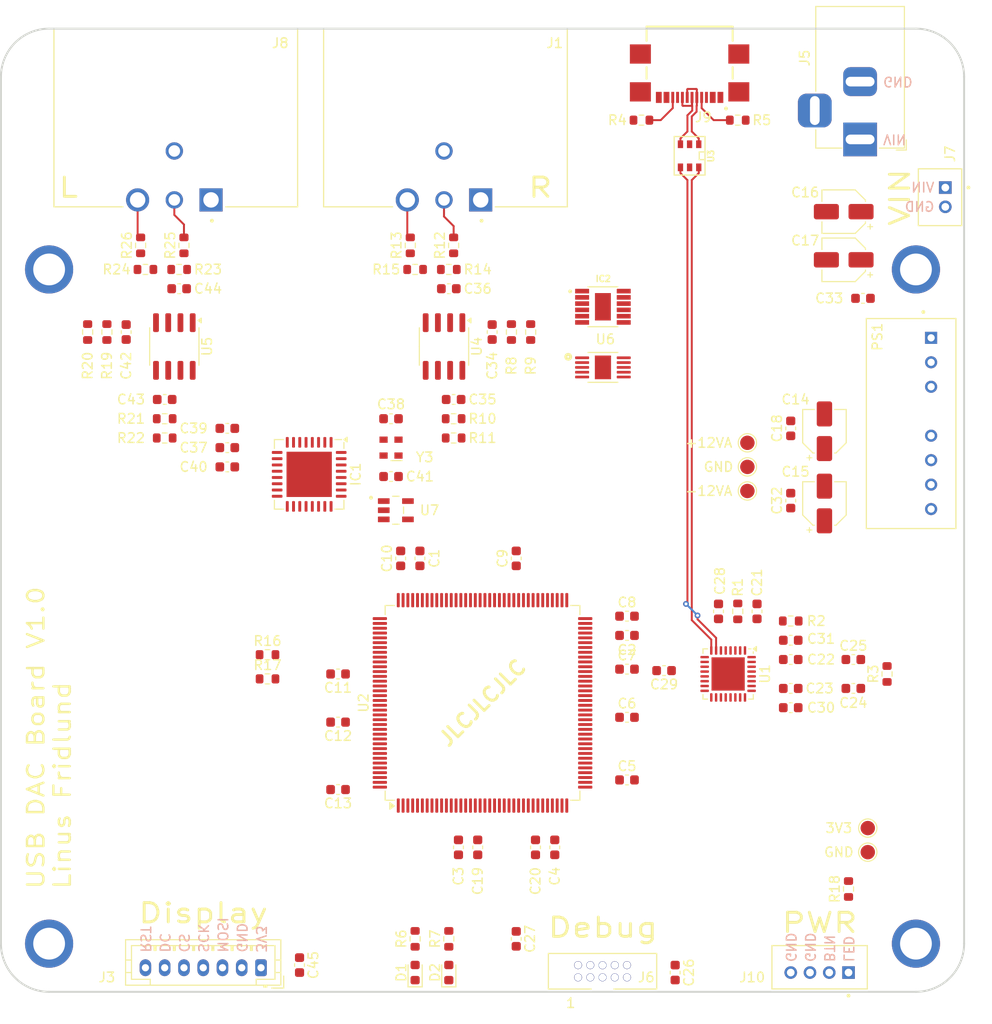
<source format=kicad_pcb>
(kicad_pcb (version 20241229) (generator "pcbnew") (generator_version "9.0")
  (layers (0 "F.Cu" signal) (4 "In1.Cu" signal) (6 "In2.Cu" signal) (2 "B.Cu" signal) (13 "F.Paste" user) (15 "B.Paste" user) (5 "F.SilkS" user "F.Silkscreen") (7 "B.SilkS" user "B.Silkscreen") (1 "F.Mask" user) (3 "B.Mask" user) (25 "Edge.Cuts" user))
  (net 0 "")
  (net 1 "GND")
  (net 2 "Net-(C1-Pad1)")
  (net 3 "Net-(C2-Pad1)")
  (net 4 "+3V3")
  (net 5 "Net-(C19-Pad2)")
  (net 6 "/MCU/OSC_IN")
  (net 7 "/MCU/OSC_OUT")
  (net 8 "USB_VBUS")
  (net 9 "/MCU/VDDA1.8")
  (net 10 "/MCU/VDD1.8")
  (net 11 "/MCU/PHY_OSC_OUT")
  (net 12 "/MCU/PHY_OSC_IN")
  (net 13 "Net-(RST1A-D)")
  (net 14 "Net-(BOOT1A-D)")
  (net 15 "SPI_SCK")
  (net 16 "DISPLAY_DC")
  (net 17 "SPI_CS")
  (net 18 "SPI_MOSI")
  (net 19 "DISPLAY_RST")
  (net 20 "Net-(U1-VBUS)")
  (net 21 "/MCU/RBIAS")
  (net 22 "DATA7")
  (net 24 "ULPI_NXT")
  (net 25 "USB_DN")
  (net 26 "DATA3")
  (net 27 "ULPI_CK")
  (net 28 "DATA1")
  (net 29 "DATA2")
  (net 30 "ULPI_DIR")
  (net 31 "DATA4")
  (net 32 "DATA5")
  (net 34 "USB_DP")
  (net 36 "DATA0")
  (net 37 "DATA6")
  (net 38 "PHY_RESET")
  (net 39 "ULPI_STP")
  (net 41 "I2S1_SDO")
  (net 52 "I2S1_WS")
  (net 56 "SWD_NJTRST")
  (net 57 "I2S2_MCK")
  (net 59 "SWD_JTDO")
  (net 62 "I2S2_CK")
  (net 64 "SWD_JTCK")
  (net 71 "I2S2_SDO")
  (net 78 "SWD_JTDI")
  (net 91 "I2S2_WS")
  (net 101 "I2S1_CK")
  (net 110 "SWD_JTMS")
  (net 124 "I2S1_MCK")
  (net 137 "DAC1")
  (net 139 "Net-(C42-Pad2)")
  (net 141 "Net-(C34-Pad2)")
  (net 142 "DAC1B")
  (net 144 "Net-(C35-Pad2)")
  (net 150 "DC_IN")
  (net 152 "GNDA")
  (net 153 "+12VA")
  (net 154 "-12VA")
  (net 156 "Net-(U4A--)")
  (net 157 "DAC2")
  (net 158 "DAC2B")
  (net 159 "OUT1B")
  (net 160 "OUT1")
  (net 161 "-9VA")
  (net 162 "+9VA")
  (net 163 "SCL")
  (net 164 "Net-(PS1-+VIN_(VCC))")
  (net 165 "Net-(D1-A)")
  (net 166 "Net-(D2-A)")
  (net 167 "ACT_LED")
  (net 168 "ERR_LED")
  (net 174 "Net-(IC1-MCLK)")
  (net 175 "+3.3VA")
  (net 176 "Net-(IC1-DVDD)")
  (net 177 "SDA")
  (net 179 "Net-(J7-Pad1)")
  (net 180 "BTN")
  (net 181 "BTN_LED")
  (net 182 "OUT2")
  (net 183 "OUT2B")
  (net 184 "Net-(J9-CC2)")
  (net 185 "USB_CONN_DN")
  (net 186 "Net-(J9-CC1)")
  (net 187 "Net-(C43-Pad2)")
  (net 188 "Net-(U5A--)")
  (net 189 "DAC_EN")
  (net 190 "Net-(J10-Pad1)")
  (net 191 "USB_CONN_DP")
  (net 204 "Net-(U6-IN-Pad1)")
  (footprint "Connector_JST:JST_PH_B7B-PH-K_1x07_P2.00mm_Vertical" (layer "F.Cu") (at 127 147.5 180)
    (property "Reference" "J3")
    (property "Value" "B7B-PH-K-S")
  )
  (footprint "Capacitor_SMD:CP_Elec_4x4.5" (layer "F.Cu") (at 187.5 74 180)
    (property "Reference" "C17")
    (property "Value" "100u")
  )
  (footprint "Capacitor_SMD:C_0603_1608Metric" (layer "F.Cu") (at 118.5 77 180)
    (property "Reference" "C44")
    (property "Value" "10p")
  )
  (footprint "Resistor_SMD:R_0603_1608Metric" (layer "F.Cu") (at 114.5 72.5 90)
    (property "Reference" "R26")
    (property "Value" "140")
  )
  (footprint "Capacitor_SMD:C_0603_1608Metric" (layer "F.Cu") (at 178.5 110.5 90)
    (property "Reference" "C21")
    (property "Value" "C")
  )
  (footprint "Capacitor_SMD:C_0603_1608Metric" (layer "F.Cu") (at 117 88.5)
    (property "Reference" "C43")
    (property "Value" "510p")
  )
  (footprint "Capacitor_SMD:C_0603_1608Metric" (layer "F.Cu") (at 147.5 135 -90)
    (property "Reference" "C3")
    (property "Value" "100n")
  )
  (footprint "Capacitor_SMD:C_0603_1608Metric" (layer "F.Cu") (at 123.5 93.5)
    (property "Reference" "C37")
    (property "Value" "1u")
  )
  (footprint "Capacitor_SMD:C_0603_1608Metric" (layer "F.Cu") (at 123.5 95.5)
    (property "Reference" "C40")
    (property "Value" "1u")
  )
  (footprint "Package_DFN_QFN:QFN-32-1EP_7x7mm_P0.65mm_EP4.7x4.7mm" (layer "F.Cu") (at 132 96.275 -90)
    (property "Reference" "IC1")
    (property "Value" "ES9039Q2M")
  )
  (footprint "Resistor_SMD:R_0603_1608Metric" (layer "F.Cu") (at 146.5 75)
    (property "Reference" "R14")
    (property "Value" "4k7")
  )
  (footprint "Capacitor_SMD:C_0603_1608Metric" (layer "F.Cu") (at 168.85 116.65 180)
    (property "Reference" "C29")
    (property "Value" "100n")
  )
  (footprint "Capacitor_SMD:C_0603_1608Metric" (layer "F.Cu") (at 165 128)
    (property "Reference" "C5")
    (property "Value" "100n")
  )
  (footprint "Resistor_SMD:R_0603_1608Metric" (layer "F.Cu") (at 127.675 117.51)
    (property "Reference" "R17")
    (property "Value" "47k")
  )
  (footprint "Capacitor_SMD:C_0603_1608Metric" (layer "F.Cu") (at 143.5 105 90)
    (property "Reference" "C1")
    (property "Value" "2u2")
  )
  (footprint "TestPoint:TestPoint_Pad_D1.5mm" (layer "F.Cu") (at 177.5 93)
    (property "Reference" "+12VA")
    (property "Value" "TestPoint_Pad_D1.5mm" (hide yes))
  )
  (footprint "NC3MAH:NEUTRIK_NC3MAH" (layer "F.Cu") (at 118 50 180)
    (property "Reference" "J8")
    (property "Value" "NC3MAH")
  )
  (footprint "Capacitor_SMD:C_0603_1608Metric" (layer "F.Cu") (at 165 113)
    (property "Reference" "C2")
    (property "Value" "2u2")
  )
  (footprint "Package_SO:SOIC-8_3.9x4.9mm_P1.27mm" (layer "F.Cu") (at 146 83 -90)
    (property "Reference" "U4")
    (property "Value" "OPA1612AxD")
  )
  (footprint "Resistor_SMD:R_0603_1608Metric" (layer "F.Cu") (at 142.5 72.5 90)
    (property "Reference" "R13")
    (property "Value" "140")
  )
  (footprint "Resistor_SMD:R_0603_1608Metric" (layer "F.Cu") (at 143 144.5 90)
    (property "Reference" "R6")
    (property "Value" "1k")
  )
  (footprint "IP4234CZ6:SOT-457" (layer "F.Cu") (at 171.5 63.2 -90)
    (property "Reference" "U3")
    (property "Value" "IP4234CZ6" (hide yes))
  )
  (footprint "Capacitor_SMD:CP_Elec_4x4.5" (layer "F.Cu") (at 185.5 99.3 90)
    (property "Reference" "C15")
    (property "Value" "100u")
  )
  (footprint "Capacitor_SMD:C_0603_1608Metric" (layer "F.Cu") (at 135 117 180)
    (property "Reference" "C11")
    (property "Value" "100n")
  )
  (footprint "Resistor_SMD:R_0603_1608Metric" (layer "F.Cu") (at 127.675 115)
    (property "Reference" "R16")
    (property "Value" "47k")
  )
  (footprint "Capacitor_SMD:C_0603_1608Metric" (layer "F.Cu") (at 182 118.5)
    (property "Reference" "C23")
    (property "Value" "C")
  )
  (footprint "Capacitor_SMD:C_0603_1608Metric" (layer "F.Cu") (at 174.5 110.5 90)
    (property "Reference" "C28")
    (property "Value" "100n")
  )
  (footprint "TestPoint:TestPoint_Pad_D1.5mm" (layer "F.Cu") (at 177.5 98)
    (property "Reference" "-12VA")
    (property "Value" "TestPoint_Pad_D1.5mm" (hide yes))
  )
  (footprint "Resistor_SMD:R_0603_1608Metric" (layer "F.Cu") (at 109 81.5 90)
    (property "Reference" "R20")
    (property "Value" "3k6")
  )
  (footprint "Capacitor_SMD:C_0603_1608Metric" (layer "F.Cu") (at 155.5 135 -90)
    (property "Reference" "C20")
    (property "Value" "C")
  )
  (footprint "Resistor_SMD:R_0603_1608Metric" (layer "F.Cu") (at 155 81.5 90)
    (property "Reference" "R9")
    (property "Value" "3k6")
  )
  (footprint "Capacitor_SMD:C_0603_1608Metric" (layer "F.Cu") (at 182 91.5 90)
    (property "Reference" "C18")
    (property "Value" "100n")
  )
  (footprint "Capacitor_SMD:C_0603_1608Metric" (layer "F.Cu") (at 135 129 180)
    (property "Reference" "C13")
    (property "Value" "100n")
  )
  (footprint "Capacitor_SMD:C_0603_1608Metric" (layer "F.Cu") (at 170 148 -90)
    (property "Reference" "C26")
    (property "Value" "100n")
  )
  (footprint "Capacitor_SMD:C_0603_1608Metric" (layer "F.Cu") (at 147 88.5)
    (property "Reference" "C35")
    (property "Value" "510p")
  )
  (footprint "Capacitor_SMD:C_0603_1608Metric" (layer "F.Cu") (at 153.5 105 90)
    (property "Reference" "C9")
    (property "Value" "100n")
  )
  (footprint "NC3MAH:NEUTRIK_NC3MAH" (layer "F.Cu") (at 146 50 180)
    (property "Reference" "J1")
    (property "Value" "NC3MAH")
  )
  (footprint "Resistor_SMD:R_0603_1608Metric" (layer "F.Cu") (at 166.5 59.5 180)
    (property "Reference" "R4")
    (property "Value" "5K1")
  )
  (footprint "Resistor_SMD:R_0603_1608Metric" (layer "F.Cu") (at 119 72.5 90)
    (property "Reference" "R25")
    (property "Value" "140")
  )
  (footprint "LED_SMD:LED_0603_1608Metric" (layer "F.Cu") (at 146.5 148 90)
    (property "Reference" "D2")
    (property "Value" "LED")
  )
  (footprint "Resistor_SMD:R_0603_1608Metric" (layer "F.Cu") (at 182 111.5)
    (property "Reference" "R2")
    (property "Value" "12k 1%")
  )
  (footprint "Resistor_SMD:R_0603_1608Metric" (layer "F.Cu") (at 118.5 75)
    (property "Reference" "R23")
    (property "Value" "4k7")
  )
  (footprint "Capacitor_SMD:C_0603_1608Metric" (layer "F.Cu") (at 189.5 78 180)
    (property "Reference" "C33")
    (property "Value" "100n")
  )
  (footprint "Capacitor_SMD:C_0603_1608Metric" (layer "F.Cu") (at 123.5 91.5)
    (property "Reference" "C39")
    (property "Value" "1u")
  )
  (footprint "Resistor_SMD:R_0603_1608Metric" (layer "F.Cu") (at 147 90.5 180)
    (property "Reference" "R10")
    (property "Value" "3k6")
  )
  (footprint "Package_QFP:LQFP-144_20x20mm_P0.5mm" (layer "F.Cu") (at 150 120 90)
    (property "Reference" "U2")
    (property "Value" "STM32H723ZGTx")
  )
  (footprint "Capacitor_SMD:CP_Elec_4x4.5" (layer "F.Cu") (at 187.5 69 180)
    (property "Reference" "C16")
    (property "Value" "100u")
  )
  (footprint "Capacitor_SMD:C_0603_1608Metric" (layer "F.Cu") (at 188.5 115.5)
    (property "Reference" "C25")
    (property "Value" "C")
  )
  (footprint "Capacitor_SMD:C_0603_1608Metric" (layer "F.Cu") (at 135 122 180)
    (property "Reference" "C12")
    (property "Value" "100n")
  )
  (footprint "Capacitor_SMD:C_0603_1608Metric" (layer "F.Cu") (at 151 81.5 90)
    (property "Reference" "C34")
    (property "Value" "510p")
  )
  (footprint "TestPoint:TestPoint_Pad_D1.5mm" (layer "F.Cu") (at 190 133)
    (property "Reference" "3V3")
    (property "Value" "TestPoint_Pad_D1.5mm" (hide yes))
  )
  (footprint "Capacitor_SMD:C_0603_1608Metric" (layer "F.Cu") (at 140.5 90.5)
    (property "Reference" "C38")
    (property "Value" "1u")
  )
  (footprint "Resistor_SMD:R_0603_1608Metric" (layer "F.Cu") (at 115 75)
    (property "Reference" "R24")
    (property "Value" "4k7")
  )
  (footprint "TPS7A2033PDBVR:SOT95P280X145-5N" (layer "F.Cu") (at 141 100)
    (property "Reference" "U7")
    (property "Value" "TPS7A2033PDBVR")
  )
  (footprint "Package_DFN_QFN:QFN-32-1EP_5x5mm_P0.5mm_EP3.45x3.45mm" (layer "F.Cu") (at 175.5 117 -90)
    (property "Reference" "U1")
    (property "Value" "USB3300-EZK")
  )
  (footprint "Resistor_SMD:R_0603_1608Metric" (layer "F.Cu") (at 192 117 90)
    (property "Reference" "R3")
    (property "Value" "1M")
  )
  (footprint "Capacitor_SMD:C_0603_1608Metric" (layer "F.Cu") (at 182 99 90)
    (property "Reference" "C32")
    (property "Value" "100n")
  )
  (footprint "Resistor_SMD:R_0603_1608Metric" (layer "F.Cu") (at 153 81.5 90)
    (property "Reference" "R8")
    (property "Value" "3k6")
  )
  (footprint "Capacitor_SMD:C_0603_1608Metric" (layer "F.Cu") (at 165 116.5)
    (property "Reference" "C7")
    (property "Value" "100n")
  )
  (footprint "Package_SO:SOIC-8_3.9x4.9mm_P1.27mm" (layer "F.Cu") (at 118 83 -90)
    (property "Reference" "U5")
    (property "Value" "OPA1612AxD")
  )
  (footprint "Resistor_SMD:R_0603_1608Metric" (layer "F.Cu") (at 143 75)
    (property "Reference" "R15")
    (property "Value" "4k7")
  )
  (footprint "Capacitor_SMD:C_0603_1608Metric" (layer "F.Cu") (at 165 111)
    (property "Reference" "C8")
    (property "Value" "100n")
  )
  (footprint "Capacitor_SMD:C_0603_1608Metric" (layer "F.Cu") (at 113 81.5 90)
    (property "Reference" "C42")
    (property "Value" "510p")
  )
  (footprint "B2B-PH-K-S:JST_B2B-PH-K-S" (layer "F.Cu") (at 197.5 67.5 90)
    (property "Reference" "J7")
    (property "Value" "B2B-PH-K-S")
  )
  (footprint "SWD:2X10_BOXHEADER" (layer "F.Cu") (at 162.46 147.865)
    (property "Reference" "J6")
    (property "Value" "Conn_ARM_JTAG_SWD_10")
  )
  (footprint "TMR_3-1223E:CONV_TMR_3-1223E" (layer "F.Cu") (at 194.5 91 -90)
    (property "Reference" "PS1")
    (property "Value" "TMR_3-1223E")
  )
  (footprint "Capacitor_SMD:C_0603_1608Metric" (layer "F.Cu") (at 146.5 77 180)
    (property "Reference" "C36")
    (property "Value" "10p")
  )
  (footprint "Capacitor_SMD:C_0603_1608Metric" (layer "F.Cu") (at 149.5 135 -90)
    (property "Reference" "C19")
    (property "Value" "C")
  )
  (footprint "Resistor_SMD:R_0603_1608Metric" (layer "F.Cu") (at 146.5 144.5 90)
    (property "Reference" "R7")
    (property "Value" "1k")
  )
  (footprint "Capacitor_SMD:C_0603_1608Metric" (layer "F.Cu") (at 182 115.5)
    (property "Reference" "C22")
    (property "Value" "C")
  )
  (footprint "Capacitor_SMD:C_0603_1608Metric" (layer "F.Cu") (at 141.5 105 90)
    (property "Reference" "C10")
    (property "Value" "100n")
  )
  (footprint "Resistor_SMD:R_0603_1608Metric" (layer "F.Cu") (at 117 90.5 180)
    (property "Reference" "R21")
    (property "Value" "3k6")
  )
  (footprint "Resistor_SMD:R_0603_1608Metric" (layer "F.Cu") (at 176.5 110.5 90)
    (property "Reference" "R1")
    (property "Value" "820")
  )
  (footprint "Connector_BarrelJack:BarrelJack_Horizontal" (layer "F.Cu") (at 189.2 61.5 -90)
    (property "Reference" "J5")
    (property "Value" "Jack-DC")
  )
  (footprint "Capacitor_SMD:C_0603_1608Metric" (layer "F.Cu") (at 153.5 144.5 -90)
    (property "Reference" "C27")
    (property "Value" "100n")
  )
  (footprint "TestPoint:TestPoint_Pad_D1.5mm" (layer "F.Cu") (at 190 135.5)
    (property "Reference" "GND")
    (property "Value" "TestPoint_Pad_D1.5mm" (hide yes))
  )
  (footprint "Resistor_SMD:R_0603_1608Metric" (layer "F.Cu") (at 147 92.5 180)
    (property "Reference" "R11")
    (property "Value" "3k6")
  )
  (footprint "Resistor_SMD:R_0603_1608Metric" (layer "F.Cu") (at 117 92.5 180)
    (property "Reference" "R22")
    (property "Value" "3k6")
  )
  (footprint "LT3094IMSE_PBF:SOP65P490X110-13N" (layer "F.Cu") (at 162.5 78.875)
    (property "Reference" "IC2")
    (property "Value" "LT3094EDD_PBF")
  )
  (footprint "Capacitor_SMD:C_0603_1608Metric" (layer "F.Cu") (at 182 120.5)
    (property "Reference" "C30")
    (property "Value" "100n")
  )
  (footprint "Resistor_SMD:R_0603_1608Metric" (layer "F.Cu") (at 188 139.325 90)
    (property "Reference" "R18")
    (property "Value" "100")
  )
  (footprint "Capacitor_SMD:C_0603_1608Metric" (layer "F.Cu") (at 165 121.5)
    (property "Reference" "C6")
    (property "Value" "100n")
  )
  (footprint "Capacitor_SMD:C_0603_1608Metric" (layer "F.Cu") (at 140.5 96.5)
    (property "Reference" "C41")
    (property "Value" "1u")
  )
  (footprint "Capacitor_SMD:CP_Elec_4x4.5" (layer "F.Cu") (at 185.5 91.8 90)
    (property "Reference" "C14")
    (property "Value" "100u")
  )
  (footprint "Capacitor_SMD:C_0603_1608Metric" (layer "F.Cu") (at 188.5 118.5)
    (property "Reference" "C24")
    (property "Value" "C")
  )
  (footprint "LED_SMD:LED_0603_1608Metric" (layer "F.Cu") (at 143 148 90)
    (property "Reference" "D1")
    (property "Value" "LED")
  )
  (footprint "Resistor_SMD:R_0603_1608Metric" (layer "F.Cu") (at 176.5 59.5)
    (property "Reference" "R5")
    (property "Value" "5K1")
  )
  (footprint "Resistor_SMD:R_0603_1608Metric" (layer "F.Cu") (at 111 81.5 90)
    (property "Reference" "R19")
    (property "Value" "3k6")
  )
  (footprint "B4B-PH-K-S:JST_B4B-PH-K-S" (layer "F.Cu") (at 185 147.45)
    (property "Reference" "J10")
    (property "Value" "B4B-PH-K-S")
  )
  (footprint "Oscillator:Oscillator_SMD_Abracon_ASDMB-4Pin_2.5x2.0mm" (layer "F.Cu") (at 140.5 93.5 90)
    (property "Reference" "Y3")
    (property "Value" "NSC5083D")
  )
  (footprint "Resistor_SMD:R_0603_1608Metric" (layer "F.Cu") (at 147 72.5 90)
    (property "Reference" "R12")
    (property "Value" "140")
  )
  (footprint "Capacitor_SMD:C_0603_1608Metric" (layer "F.Cu") (at 182 113.5)
    (property "Reference" "C31")
    (property "Value" "100n")
  )
  (footprint "Capacitor_SMD:C_0603_1608Metric" (layer "F.Cu") (at 157.5 135 -90)
    (property "Reference" "C4")
    (property "Value" "100n")
  )
  (footprint "USB4110GFA:GCT_USB4110GFA" (layer "F.Cu") (at 171.5 56.0625 180)
    (property "Reference" "J9")
    (property "Value" "USB4110GFA")
  )
  (footprint "Capacitor_SMD:C_0603_1608Metric" (layer "F.Cu") (at 131 147.225 -90)
    (property "Reference" "C45")
    (property "Value" "100n")
  )
  (footprint "LT3042IMSE_PBF:SOP50P490X110-11N" (layer "F.Cu") (at 162.5 85.17)
    (property "Reference" "U6")
    (property "Value" "LT3042IMSE_PBF")
  )
  (footprint "TestPoint:TestPoint_Pad_D1.5mm" (layer "F.Cu") (at 177.5 95.5)
    (property "Reference" "GND")
    (property "Value" "TestPoint_Pad_D1.5mm" (hide yes))
  )
  (gr_line (start 200 145) (end 200 55) (stroke (width 0.2)) (layer "Edge.Cuts"))
  (gr_arc (start 100 55) (mid 101.464466 51.464466) (end 105 50) (stroke (width 0.2)) (layer "Edge.Cuts"))
  (gr_line (start 195 150) (end 105 150) (stroke (width 0.2)) (layer "Edge.Cuts"))
  (gr_arc (start 195 50) (mid 198.535534 51.464466) (end 200 55) (stroke (width 0.2)) (layer "Edge.Cuts"))
  (gr_arc (start 200 145) (mid 198.535534 148.535534) (end 195 150) (stroke (width 0.2)) (layer "Edge.Cuts"))
  (gr_line (start 105 50) (end 195 50) (stroke (width 0.2)) (layer "Edge.Cuts"))
  (gr_line (start 100 145) (end 100 55) (stroke (width 0.2)) (layer "Edge.Cuts"))
  (gr_arc (start 105 150) (mid 101.464466 148.535534) (end 100 145) (stroke (width 0.2)) (layer "Edge.Cuts"))
  (gr_text "Debug\n" (at 162.5 144.5 0) (layer "F.SilkS") (effects (font (size 2 2.5) (thickness 0.3)) (justify bottom)))
  (gr_text "VIN\n" (at 194.5 67.5 90) (layer "F.SilkS") (effects (font (size 2 2.5) (thickness 0.3)) (justify bottom)))
  (gr_text "USB DAC Board V1.0\nLinus Fridlund" (at 105 139.5 90) (layer "F.SilkS") (effects (font (size 1.7 2) (thickness 0.25)) (justify left)))
  (gr_text "Display" (at 121 143 0) (layer "F.SilkS") (effects (font (size 2 2.5) (thickness 0.3)) (justify bottom)))
  (gr_text "R\n" (at 156 66.5 0) (layer "F.SilkS") (effects (font (size 2 2.5) (thickness 0.3))))
  (gr_text "PWR\n" (at 185 144 0) (layer "F.SilkS") (effects (font (size 2 2.5) (thickness 0.3)) (justify bottom)))
  (gr_text "L\n" (at 107 66.5 0) (layer "F.SilkS") (effects (font (size 2 2.5) (thickness 0.3))))
  (gr_text "JLCJLCJLC" (at 150 120 45) (layer "F.SilkS") (effects (font (size 1.5 1.5) (thickness 0.3) (bold yes))))
  (gr_text "CS" (at 119 146 270) (layer "B.SilkS") (effects (font (size 1 1)) (justify left mirror)))
  (gr_text "GND\n" (at 191.5 55.5 180) (layer "B.SilkS") (effects (font (size 1 1)) (justify left mirror)))
  (gr_text "RST\n" (at 115 146 270) (layer "B.SilkS") (effects (font (size 1 1)) (justify left mirror)))
  (gr_text "3V3\n" (at 127 146 270) (layer "B.SilkS") (effects (font (size 1 1)) (justify left mirror)))
  (gr_text "GND\n" (at 184 147 270) (layer "B.SilkS") (effects (font (size 1 1)) (justify left mirror)))
  (gr_text "BTN\n" (at 186 147 270) (layer "B.SilkS") (effects (font (size 1 1)) (justify left mirror)))
  (gr_text "GND" (at 125 146 270) (layer "B.SilkS") (effects (font (size 1 1)) (justify left mirror)))
  (gr_text "MOSI" (at 123 146 270) (layer "B.SilkS") (effects (font (size 1 1)) (justify left mirror)))
  (gr_text "SCK" (at 121 146 270) (layer "B.SilkS") (effects (font (size 1 1)) (justify left mirror)))
  (gr_text "GND\n" (at 182 147 270) (layer "B.SilkS") (effects (font (size 1 1)) (justify left mirror)))
  (gr_text "GND\n" (at 197 68.5 0) (layer "B.SilkS") (effects (font (size 1 1)) (justify left mirror)))
  (gr_text "VIN" (at 191.5 61.5 180) (layer "B.SilkS") (effects (font (size 1 1)) (justify left mirror)))
  (gr_text "LED" (at 188 147 270) (layer "B.SilkS") (effects (font (size 1 1)) (justify left mirror)))
  (gr_text "VIN" (at 197 66.5 0) (layer "B.SilkS") (effects (font (size 1 1)) (justify left mirror)))
  (gr_text "DC" (at 117 146 270) (layer "B.SilkS") (effects (font (size 1 1)) (justify left mirror)))
  (via (at 105 145) (size 5) (drill 3.3) (layers "F.Cu" "B.Cu") (net 1))
  (via (at 195 145) (size 5) (drill 3.3) (layers "F.Cu" "B.Cu") (net 1))
  (via (at 105 75) (size 5) (drill 3.3) (layers "F.Cu" "B.Cu") (net 1))
  (via (at 195 75) (size 5) (drill 3.3) (layers "F.Cu" "B.Cu") (net 1))
  (segment (start 171.725 111.406802) (end 173.75 113.431802) (width 0.2) (layer "F.Cu") (net 25))
  (segment (start 172.45 65.000001) (end 171.725 65.725001) (width 0.2) (layer "F.Cu") (net 25))
  (segment (start 173.75 113.431802) (end 173.75 114.5625) (width 0.2) (layer "F.Cu") (net 25))
  (segment (start 171.725 65.725001) (end 171.725 111.406802) (width 0.2) (layer "F.Cu") (net 25))
  (segment (start 172.45 64.4) (end 172.45 65.000001) (width 0.2) (layer "F.Cu") (net 25))
  (segment (start 170.55 65.000001) (end 170.55 64.4) (width 0.2) (layer "F.Cu") (net 34))
  (segment (start 171.125 109.725) (end 171.275 109.575) (width 0.2) (layer "F.Cu") (net 34))
  (segment (start 174.25 113.25) (end 172.324999 111.324999) (width 0.2) (layer "F.Cu") (net 34))
  (segment (start 174.25 114.5625) (end 174.25 113.25) (width 0.2) (layer "F.Cu") (net 34))
  (segment (start 171.275 65.725001) (end 170.55 65.000001) (width 0.2) (layer "F.Cu") (net 34))
  (segment (start 171.275 109.575) (end 171.275 65.725001) (width 0.2) (layer "F.Cu") (net 34))
  (segment (start 172.324999 111.324999) (end 172.324999 110.926088) (width 0.2) (layer "F.Cu") (net 34))
  (via (at 172.324999 110.926088) (size 0.6) (drill 0.3) (layers "F.Cu" "B.Cu") (net 34))
  (via (at 171.125 109.725) (size 0.6) (drill 0.3) (layers "F.Cu" "B.Cu") (net 34))
  (segment (start 172.324999 110.924999) (end 172.324999 110.926088) (width 0.2) (layer "B.Cu") (net 34))
  (segment (start 171.125 109.725) (end 172.324999 110.924999) (width 0.2) (layer "B.Cu") (net 34))
  (segment (start 146 67.78) (end 146 69.5) (width 0.2) (layer "F.Cu") (net 159))
  (segment (start 147 70.5) (end 147 71.675) (width 0.2) (layer "F.Cu") (net 159))
  (segment (start 146 69.5) (end 147 70.5) (width 0.2) (layer "F.Cu") (net 159))
  (segment (start 142.19 67.78) (end 142.19 71.365) (width 0.2) (layer "F.Cu") (net 160))
  (segment (start 142.19 71.365) (end 142.5 71.675) (width 0.2) (layer "F.Cu") (net 160))
  (segment (start 114.19 71.365) (end 114.5 71.675) (width 0.2) (layer "F.Cu") (net 182))
  (segment (start 114.19 67.78) (end 114.19 71.365) (width 0.2) (layer "F.Cu") (net 182))
  (segment (start 118 67.78) (end 118 69.3375) (width 0.2) (layer "F.Cu") (net 183))
  (segment (start 118 69.3375) (end 119 70.3375) (width 0.2) (layer "F.Cu") (net 183))
  (segment (start 119 70.3375) (end 119 71.675) (width 0.2) (layer "F.Cu") (net 183))
  (segment (start 168.5 59.5) (end 167.325 59.5) (width 0.2) (layer "F.Cu") (net 184))
  (segment (start 169.75 57.1375) (end 169.75 58.25) (width 0.2) (layer "F.Cu") (net 184))
  (segment (start 169.75 58.25) (end 168.5 59.5) (width 0.2) (layer "F.Cu") (net 184))
  (segment (start 172.225 58.025001) (end 172.225 58.6171) (width 0.2) (layer "F.Cu") (net 185))
  (segment (start 171.725 59.1171) (end 171.725 60.674999) (width 0.2) (layer "F.Cu") (net 185))
  (segment (start 171.25 57.1375) (end 171.25 56.3105) (width 0.2) (layer "F.Cu") (net 185))
  (segment (start 172.201 56.2615) (end 172.25 56.3105) (width 0.2) (layer "F.Cu") (net 185))
  (segment (start 171.725 60.674999) (end 172.45 61.399999) (width 0.2) (layer "F.Cu") (net 185))
  (segment (start 172.25 57.1375) (end 172.25 58.000001) (width 0.2) (layer "F.Cu") (net 185))
  (segment (start 172.45 61.399999) (end 172.45 62) (width 0.2) (layer "F.Cu") (net 185))
  (segment (start 171.25 56.3105) (end 171.299 56.2615) (width 0.2) (layer "F.Cu") (net 185))
  (segment (start 172.25 56.3105) (end 172.25 57.1375) (width 0.2) (layer "F.Cu") (net 185))
  (segment (start 172.225 58.6171) (end 171.725 59.1171) (width 0.2) (layer "F.Cu") (net 185))
  (segment (start 171.299 56.2615) (end 172.201 56.2615) (width 0.2) (layer "F.Cu") (net 185))
  (segment (start 172.25 58.000001) (end 172.225 58.025001) (width 0.2) (layer "F.Cu") (net 185))
  (segment (start 172.75 58.25) (end 174 59.5) (width 0.2) (layer "F.Cu") (net 186))
  (segment (start 172.75 57.1375) (end 172.75 58.25) (width 0.2) (layer "F.Cu") (net 186))
  (segment (start 174 59.5) (end 175.675 59.5) (width 0.2) (layer "F.Cu") (net 186))
  (segment (start 171.75 58.000001) (end 171.775 58.025001) (width 0.2) (layer "F.Cu") (net 191))
  (segment (start 170.75 57.9645) (end 170.799 58.0135) (width 0.2) (layer "F.Cu") (net 191))
  (segment (start 170.799 58.0135) (end 171.701 58.0135) (width 0.2) (layer "F.Cu") (net 191))
  (segment (start 171.701 58.0135) (end 171.75 57.9645) (width 0.2) (layer "F.Cu") (net 191))
  (segment (start 170.75 57.1375) (end 170.75 57.9645) (width 0.2) (layer "F.Cu") (net 191))
  (segment (start 170.55 61.399999) (end 170.55 62) (width 0.2) (layer "F.Cu") (net 191))
  (segment (start 171.75 57.9645) (end 171.75 57.1375) (width 0.2) (layer "F.Cu") (net 191))
  (segment (start 171.275 60.674999) (end 170.55 61.399999) (width 0.2) (layer "F.Cu") (net 191))
  (segment (start 171.275 59) (end 171.275 60.674999) (width 0.2) (layer "F.Cu") (net 191))
  (segment (start 171.775 58.5) (end 171.275 59) (width 0.2) (layer "F.Cu") (net 191))
  (segment (start 171.75 57.1375) (end 171.75 58.000001) (width 0.2) (layer "F.Cu") (net 191))
  (segment (start 171.775 58.025001) (end 171.775 58.5) (width 0.2) (layer "F.Cu") (net 191))
)
</source>
